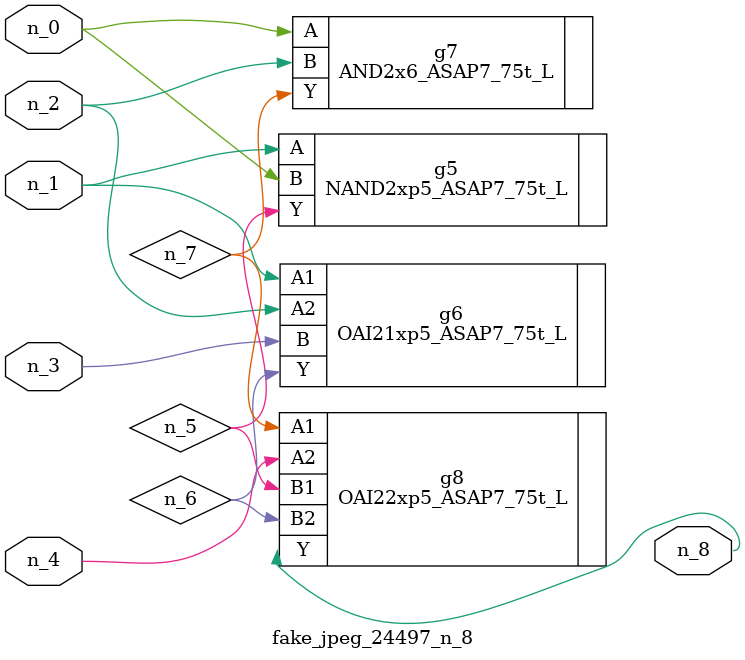
<source format=v>
module fake_jpeg_24497_n_8 (n_3, n_2, n_1, n_0, n_4, n_8);

input n_3;
input n_2;
input n_1;
input n_0;
input n_4;

output n_8;

wire n_6;
wire n_5;
wire n_7;

NAND2xp5_ASAP7_75t_L g5 ( 
.A(n_1),
.B(n_0),
.Y(n_5)
);

OAI21xp5_ASAP7_75t_L g6 ( 
.A1(n_1),
.A2(n_2),
.B(n_3),
.Y(n_6)
);

AND2x6_ASAP7_75t_L g7 ( 
.A(n_0),
.B(n_2),
.Y(n_7)
);

OAI22xp5_ASAP7_75t_L g8 ( 
.A1(n_7),
.A2(n_4),
.B1(n_5),
.B2(n_6),
.Y(n_8)
);


endmodule
</source>
